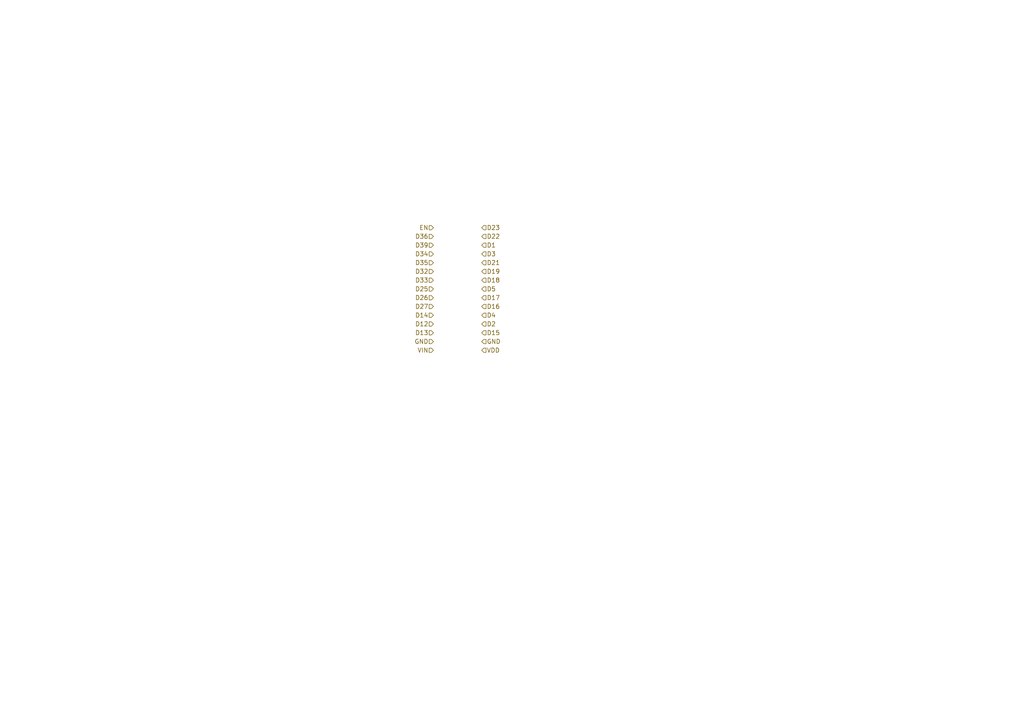
<source format=kicad_sch>
(kicad_sch (version 20230121) (generator eeschema)
  (paper "A4")
  (lib_symbols)
  (hierarchical_label "D34" (shape input) (at 125.73 73.66 180))
  (hierarchical_label "GND" (shape input) (at 125.73 99.06 180))
  (hierarchical_label "D21" (shape input) (at 139.7 76.2 0))
  (hierarchical_label "D18" (shape input) (at 139.7 81.28 0))
  (hierarchical_label "D33" (shape input) (at 125.73 81.28 180))
  (hierarchical_label "D13" (shape input) (at 125.73 96.52 180))
  (hierarchical_label "D12" (shape input) (at 125.73 93.98 180))
  (hierarchical_label "D16" (shape input) (at 139.7 88.9 0))
  (hierarchical_label "D3" (shape input) (at 139.7 73.66 0))
  (hierarchical_label "EN" (shape input) (at 125.73 66.04 180))
  (hierarchical_label "D1" (shape input) (at 139.7 71.12 0))
  (hierarchical_label "D23" (shape input) (at 139.7 66.04 0))
  (hierarchical_label "D17" (shape input) (at 139.7 86.36 0))
  (hierarchical_label "D39" (shape input) (at 125.73 71.12 180))
  (hierarchical_label "D14" (shape input) (at 125.73 91.44 180))
  (hierarchical_label "D4" (shape input) (at 139.7 91.44 0))
  (hierarchical_label "D15" (shape input) (at 139.7 96.52 0))
  (hierarchical_label "GND" (shape input) (at 139.7 99.06 0))
  (hierarchical_label "D19" (shape input) (at 139.7 78.74 0))
  (hierarchical_label "D22" (shape input) (at 139.7 68.58 0))
  (hierarchical_label "D35" (shape input) (at 125.73 76.2 180))
  (hierarchical_label "D32" (shape input) (at 125.73 78.74 180))
  (hierarchical_label "D26" (shape input) (at 125.73 86.36 180))
  (hierarchical_label "VDD" (shape input) (at 139.7 101.6 0))
  (hierarchical_label "D2" (shape input) (at 139.7 93.98 0))
  (hierarchical_label "VIN" (shape input) (at 125.73 101.6 180))
  (hierarchical_label "D25" (shape input) (at 125.73 83.82 180))
  (hierarchical_label "D36" (shape input) (at 125.73 68.58 180))
  (hierarchical_label "D27" (shape input) (at 125.73 88.9 180))
  (hierarchical_label "D5" (shape input) (at 139.7 83.82 0))
)
</source>
